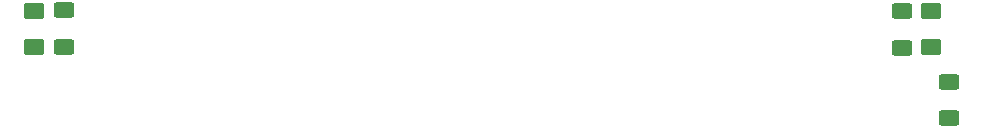
<source format=gbr>
%TF.GenerationSoftware,KiCad,Pcbnew,(6.0.0-0)*%
%TF.CreationDate,2023-01-16T13:09:05-05:00*%
%TF.ProjectId,Clank_controller,436c616e-6b5f-4636-9f6e-74726f6c6c65,rev?*%
%TF.SameCoordinates,Original*%
%TF.FileFunction,Paste,Top*%
%TF.FilePolarity,Positive*%
%FSLAX46Y46*%
G04 Gerber Fmt 4.6, Leading zero omitted, Abs format (unit mm)*
G04 Created by KiCad (PCBNEW (6.0.0-0)) date 2023-01-16 13:09:05*
%MOMM*%
%LPD*%
G01*
G04 APERTURE LIST*
G04 Aperture macros list*
%AMRoundRect*
0 Rectangle with rounded corners*
0 $1 Rounding radius*
0 $2 $3 $4 $5 $6 $7 $8 $9 X,Y pos of 4 corners*
0 Add a 4 corners polygon primitive as box body*
4,1,4,$2,$3,$4,$5,$6,$7,$8,$9,$2,$3,0*
0 Add four circle primitives for the rounded corners*
1,1,$1+$1,$2,$3*
1,1,$1+$1,$4,$5*
1,1,$1+$1,$6,$7*
1,1,$1+$1,$8,$9*
0 Add four rect primitives between the rounded corners*
20,1,$1+$1,$2,$3,$4,$5,0*
20,1,$1+$1,$4,$5,$6,$7,0*
20,1,$1+$1,$6,$7,$8,$9,0*
20,1,$1+$1,$8,$9,$2,$3,0*%
G04 Aperture macros list end*
%ADD10RoundRect,0.250001X-0.624999X0.462499X-0.624999X-0.462499X0.624999X-0.462499X0.624999X0.462499X0*%
%ADD11RoundRect,0.250000X-0.625000X0.400000X-0.625000X-0.400000X0.625000X-0.400000X0.625000X0.400000X0*%
G04 APERTURE END LIST*
D10*
%TO.C,D2*%
X183330000Y-59262500D03*
X183330000Y-62237500D03*
%TD*%
D11*
%TO.C,R2*%
X180830000Y-59222500D03*
X180830000Y-62322500D03*
%TD*%
D10*
%TO.C,D1*%
X107330000Y-59262500D03*
X107330000Y-62237500D03*
%TD*%
D11*
%TO.C,R3*%
X184810000Y-65210000D03*
X184810000Y-68310000D03*
%TD*%
%TO.C,R1*%
X109850000Y-59177500D03*
X109850000Y-62277500D03*
%TD*%
M02*

</source>
